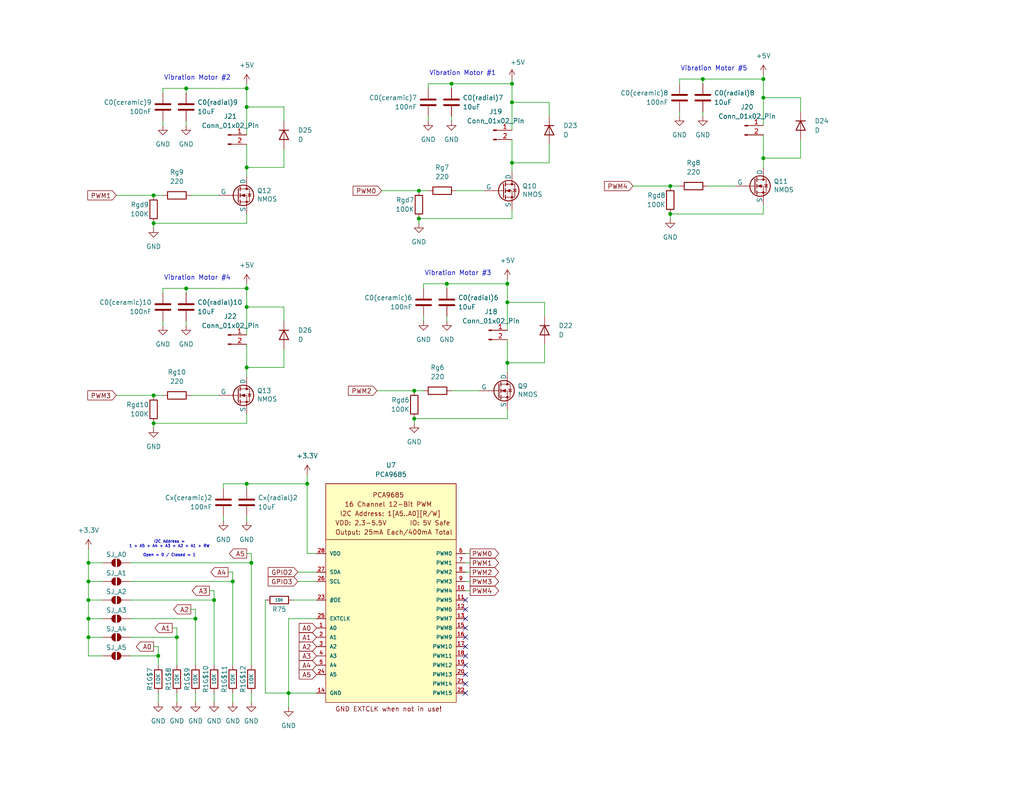
<source format=kicad_sch>
(kicad_sch (version 20250114) (generator "eeschema") (generator_version "9.0")
  (paper "USLetter")
  (lib_symbols
    (symbol "Connector:Conn_01x02_Pin" (pin_names (offset 1.016) (hide yes))
      (property "Reference" "J" (at 0 2.54 0))
      (property "Value" "Conn_01x02_Pin" (at 0 -5.08 0))
      (symbol "Conn_01x02_Pin_1_1"
        (rectangle (start 0.8636 0.127) (end 0 -0.127) (stroke (width 0.1524)) (fill (type outline)))
        (rectangle (start 0.8636 -2.413) (end 0 -2.667) (stroke (width 0.1524)) (fill (type outline)))
        (polyline (pts (xy 1.27 0) (xy 0.8636 0)) (stroke (width 0.1524)))
        (polyline (pts (xy 1.27 -2.54) (xy 0.8636 -2.54)) (stroke (width 0.1524)))
        (pin passive line (at 5.08 0 180) (length 3.81) (name "Pin_1") (number "1"))
        (pin passive line (at 5.08 -2.54 180) (length 3.81) (name "Pin_2") (number "2"))
      )
    )
    (symbol "Device:C" (pin_numbers (hide yes)) (pin_names (offset 0.254))
      (property "Reference" "C" (at 0.635 2.54 0))
      (property "Value" "C" (at 0.635 -2.54 0))
      (symbol "C_0_1"
        (polyline (pts (xy -2.032 0.762) (xy 2.032 0.762)) (stroke (width 0.508)))
        (polyline (pts (xy -2.032 -0.762) (xy 2.032 -0.762)) (stroke (width 0.508)))
      )
      (symbol "C_1_1"
        (pin passive line (at 0 3.81 270) (length 2.794) (name "~") (number "1"))
        (pin passive line (at 0 -3.81 90) (length 2.794) (name "~") (number "2"))
      )
    )
    (symbol "Device:D" (pin_numbers (hide yes)) (pin_names (offset 1.016) (hide yes))
      (property "Reference" "D" (at 0 2.54 0))
      (property "Value" "D" (at 0 -2.54 0))
      (symbol "D_0_1"
        (polyline (pts (xy -1.27 1.27) (xy -1.27 -1.27)) (stroke (width 0.254)))
        (polyline (pts (xy 1.27 1.27) (xy 1.27 -1.27) (xy -1.27 0) (xy 1.27 1.27)) (stroke (width 0.254)))
        (polyline (pts (xy 1.27 0) (xy -1.27 0)))
      )
      (symbol "D_1_1"
        (pin passive line (at -3.81 0 0) (length 2.54) (name "K") (number "1"))
        (pin passive line (at 3.81 0 180) (length 2.54) (name "A") (number "2"))
      )
    )
    (symbol "Device:R" (pin_numbers (hide yes)) (pin_names (offset 0))
      (property "Reference" "R" (at 2.032 0 90))
      (property "Value" "R" (at 0 0 90))
      (symbol "R_0_1"
        (rectangle (start -1.016 -2.54) (end 1.016 2.54) (stroke (width 0.254)))
      )
      (symbol "R_1_1"
        (pin passive line (at 0 3.81 270) (length 1.27) (name "~") (number "1"))
        (pin passive line (at 0 -3.81 90) (length 1.27) (name "~") (number "2"))
      )
    )
    (symbol "Jumper:SolderJumper_2_Open" (pin_numbers (hide yes)) (pin_names (offset 0) (hide yes)) (in_bom no)
      (property "Reference" "JP" (at 0 2.032 0))
      (property "Value" "SolderJumper_2_Open" (at 0 -2.54 0))
      (symbol "SolderJumper_2_Open_0_1"
        (polyline (pts (xy -0.254 1.016) (xy -0.254 -1.016)))
        (arc (start -0.254 -1.016) (mid -1.2656 0) (end -0.254 1.016))
        (arc (start -0.254 -1.016) (mid -1.2656 0) (end -0.254 1.016) (fill (type outline)))
        (arc (start 0.254 1.016) (mid 1.2656 0) (end 0.254 -1.016))
        (arc (start 0.254 1.016) (mid 1.2656 0) (end 0.254 -1.016) (fill (type outline)))
        (polyline (pts (xy 0.254 1.016) (xy 0.254 -1.016)))
      )
      (symbol "SolderJumper_2_Open_1_1"
        (pin passive line (at -3.81 0 0) (length 2.54) (name "A") (number "1"))
        (pin passive line (at 3.81 0 180) (length 2.54) (name "B") (number "2"))
      )
    )
    (symbol "Simulation_SPICE:NMOS" (pin_numbers (hide yes)) (pin_names (offset 0))
      (property "Reference" "Q" (at 5.08 1.27 0))
      (property "Value" "NMOS" (at 5.08 -1.27 0))
      (symbol "NMOS_0_1"
        (polyline (pts (xy 0.254 1.905) (xy 0.254 -1.905)) (stroke (width 0.254)))
        (polyline (pts (xy 0.254 0) (xy -2.54 0)))
        (polyline (pts (xy 0.762 2.286) (xy 0.762 1.27)) (stroke (width 0.254)))
        (polyline (pts (xy 0.762 0.508) (xy 0.762 -0.508)) (stroke (width 0.254)))
        (polyline (pts (xy 0.762 -1.27) (xy 0.762 -2.286)) (stroke (width 0.254)))
        (polyline (pts (xy 0.762 -1.778) (xy 3.302 -1.778) (xy 3.302 1.778) (xy 0.762 1.778)))
        (polyline (pts (xy 1.016 0) (xy 2.032 0.381) (xy 2.032 -0.381) (xy 1.016 0)) (fill (type outline)))
        (circle (center 1.651 0) (radius 2.794) (stroke (width 0.254)))
        (polyline (pts (xy 2.54 2.54) (xy 2.54 1.778)))
        (circle (center 2.54 1.778) (radius 0.254) (fill (type outline)))
        (circle (center 2.54 -1.778) (radius 0.254) (fill (type outline)))
        (polyline (pts (xy 2.54 -2.54) (xy 2.54 0) (xy 0.762 0)))
        (polyline (pts (xy 2.794 0.508) (xy 2.921 0.381) (xy 3.683 0.381) (xy 3.81 0.254)))
        (polyline (pts (xy 3.302 0.381) (xy 2.921 -0.254) (xy 3.683 -0.254) (xy 3.302 0.381)))
      )
      (symbol "NMOS_1_1"
        (pin input line (at -5.08 0 0) (length 2.54) (name "G") (number "2"))
        (pin passive line (at 2.54 5.08 270) (length 2.54) (name "D") (number "1"))
        (pin passive line (at 2.54 -5.08 90) (length 2.54) (name "S") (number "3"))
      )
    )
    (symbol "capstone_parts:PCA9685" (pin_names (offset 1.016))
      (property "Reference" "U" (at -17.78 35.56 0))
      (property "Value" "PCA9685" (at -17.78 -33.02 0))
      (symbol "PCA9685_0_0"
        (text "VDD: 2.3-5.5V" (at -15.24 22.86 0) (effects (font (size 1.27 1.27)) (justify left bottom)))
        (text "Output: 25mA Each/400mA Total" (at -15.24 20.32 0) (effects (font (size 1.27 1.27)) (justify left bottom)))
        (text "GND EXTCLK when not in use!" (at -15.24 -27.94 0) (effects (font (size 1.27 1.27)) (justify left bottom)))
        (text "I2C Address: 1[A5..A0][R/W]" (at -13.97 25.4 0) (effects (font (size 1.27 1.27)) (justify left bottom)))
        (text "16 Channel 12-Bit PWM" (at -12.7 27.94 0) (effects (font (size 1.27 1.27)) (justify left bottom)))
        (text "PCA9685" (at -5.08 30.48 0) (effects (font (size 1.27 1.27)) (justify left bottom)))
        (text "IO: 5V Safe" (at 5.08 22.86 0) (effects (font (size 1.27 1.27)) (justify left bottom)))
        (pin power_in line (at -20.32 15.24 0) (length 2.54) (name "VDD") (number "28"))
        (pin bidirectional line (at -20.32 10.16 0) (length 2.54) (name "SDA") (number "27"))
        (pin bidirectional line (at -20.32 7.62 0) (length 2.54) (name "SCL") (number "26"))
        (pin input line (at -20.32 2.54 0) (length 2.54) (name "#OE") (number "23"))
        (pin input line (at -20.32 -2.54 0) (length 2.54) (name "EXTCLK") (number "25"))
        (pin bidirectional line (at -20.32 -5.08 0) (length 2.54) (name "A0") (number "1"))
        (pin bidirectional line (at -20.32 -7.62 0) (length 2.54) (name "A1") (number "2"))
        (pin bidirectional line (at -20.32 -10.16 0) (length 2.54) (name "A2") (number "3"))
        (pin bidirectional line (at -20.32 -12.7 0) (length 2.54) (name "A3") (number "4"))
        (pin bidirectional line (at -20.32 -15.24 0) (length 2.54) (name "A4") (number "5"))
        (pin bidirectional line (at -20.32 -17.78 0) (length 2.54) (name "A5") (number "24"))
        (pin power_in line (at -20.32 -22.86 0) (length 2.54) (name "GND") (number "14"))
        (pin output line (at 20.32 15.24 180) (length 2.54) (name "PWM0") (number "6"))
        (pin output line (at 20.32 12.7 180) (length 2.54) (name "PWM1") (number "7"))
        (pin output line (at 20.32 10.16 180) (length 2.54) (name "PWM2") (number "8"))
        (pin output line (at 20.32 7.62 180) (length 2.54) (name "PWM3") (number "9"))
        (pin output line (at 20.32 5.08 180) (length 2.54) (name "PWM4") (number "10"))
        (pin output line (at 20.32 2.54 180) (length 2.54) (name "PWM5") (number "11"))
        (pin output line (at 20.32 0 180) (length 2.54) (name "PWM6") (number "12"))
        (pin output line (at 20.32 -2.54 180) (length 2.54) (name "PWM7") (number "13"))
        (pin output line (at 20.32 -5.08 180) (length 2.54) (name "PWM8") (number "15"))
        (pin output line (at 20.32 -7.62 180) (length 2.54) (name "PWM9") (number "16"))
        (pin output line (at 20.32 -10.16 180) (length 2.54) (name "PWM10") (number "17"))
        (pin output line (at 20.32 -12.7 180) (length 2.54) (name "PWM11") (number "18"))
        (pin output line (at 20.32 -15.24 180) (length 2.54) (name "PWM12") (number "19"))
        (pin output line (at 20.32 -17.78 180) (length 2.54) (name "PWM13") (number "20"))
        (pin output line (at 20.32 -20.32 180) (length 2.54) (name "PWM14") (number "21"))
        (pin output line (at 20.32 -22.86 180) (length 2.54) (name "PWM15") (number "22"))
      )
      (symbol "PCA9685_0_1"
        (rectangle (start -17.78 34.29) (end 17.78 19.05))
      )
      (symbol "PCA9685_1_1"
        (rectangle (start -17.78 34.29) (end 17.78 -25.4) (fill (type background)))
      )
    )
    (symbol "power:+3.3V" (power) (pin_numbers (hide yes)) (pin_names (offset 0) (hide yes))
      (property "Value" "+3.3V" (at 0 3.556 0))
      (symbol "+3.3V_0_1"
        (polyline (pts (xy -0.762 1.27) (xy 0 2.54)))
        (polyline (pts (xy 0 2.54) (xy 0.762 1.27)))
        (polyline (pts (xy 0 0) (xy 0 2.54)))
      )
      (symbol "+3.3V_1_1"
        (pin power_in line (at 0 0 90) (length 0) (name "~") (number "1"))
      )
    )
    (symbol "power:+5V" (power) (pin_numbers (hide yes)) (pin_names (offset 0) (hide yes))
      (property "Value" "+5V" (at 0 3.556 0))
      (symbol "+5V_0_1"
        (polyline (pts (xy -0.762 1.27) (xy 0 2.54)))
        (polyline (pts (xy 0 2.54) (xy 0.762 1.27)))
        (polyline (pts (xy 0 0) (xy 0 2.54)))
      )
      (symbol "+5V_1_1"
        (pin power_in line (at 0 0 90) (length 0) (name "~") (number "1"))
      )
    )
    (symbol "power:GND" (power) (pin_numbers (hide yes)) (pin_names (offset 0) (hide yes))
      (property "Value" "GND" (at 0 -3.81 0))
      (symbol "GND_0_1"
        (polyline (pts (xy 0 0) (xy 0 -1.27) (xy 1.27 -1.27) (xy 0 -2.54) (xy -1.27 -1.27) (xy 0 -1.27)))
      )
      (symbol "GND_1_1"
        (pin power_in line (at 0 0 270) (length 0) (name "~") (number "1"))
      )
    )
  )
  (text "Vibration Motor #2" (at 53.848 21.336 0) (effects (font (size 1.27 1.27))))
  (text "Vibration Motor #5" (at 194.818 18.796 0) (effects (font (size 1.27 1.27))))
  (text "Vibration Motor #3" (at 124.968 74.676 0) (effects (font (size 1.27 1.27))))
  (text "Vibration Motor #4" (at 53.848 75.946 0) (effects (font (size 1.27 1.27))))
  (text "I2C Address =\n1 + A5 + A4 + A3 + A2 + A1 + RW\n\nOpen = 0 / Closed = 1" (at 46.228 149.86 0) (effects (font (size 0.762 0.762))))
  (text "Vibration Motor #1" (at 126.238 20.066 0) (effects (font (size 1.27 1.27))))
  (junction (at 24.13 153.67))
  (junction (at 41.91 53.34))
  (junction (at 182.88 50.8))
  (junction (at 63.5 158.75))
  (junction (at 67.31 100.33))
  (junction (at 67.31 132.08))
  (junction (at 67.31 83.82))
  (junction (at 50.8 24.13))
  (junction (at 114.3 59.69))
  (junction (at 41.91 60.96))
  (junction (at 67.31 29.21))
  (junction (at 138.43 99.06))
  (junction (at 139.7 27.94))
  (junction (at 123.19 22.86))
  (junction (at 182.88 58.42))
  (junction (at 78.74 189.23))
  (junction (at 53.34 168.91))
  (junction (at 67.31 24.13))
  (junction (at 191.77 21.59))
  (junction (at 24.13 173.99))
  (junction (at 208.28 43.18))
  (junction (at 67.31 45.72))
  (junction (at 24.13 168.91))
  (junction (at 113.03 114.3))
  (junction (at 68.58 153.67))
  (junction (at 138.43 77.47))
  (junction (at 48.26 173.99))
  (junction (at 113.03 106.68))
  (junction (at 121.92 77.47))
  (junction (at 58.42 163.83))
  (junction (at 24.13 163.83))
  (junction (at 24.13 158.75))
  (junction (at 114.3 52.07))
  (junction (at 208.28 26.67))
  (junction (at 67.31 78.74))
  (junction (at 139.7 22.86))
  (junction (at 83.82 132.08))
  (junction (at 41.91 115.57))
  (junction (at 208.28 21.59))
  (junction (at 50.8 78.74))
  (junction (at 43.18 179.07))
  (junction (at 138.43 82.55))
  (junction (at 139.7 44.45))
  (junction (at 41.91 107.95))
  (no_connect (at 127 186.69))
  (no_connect (at 127 181.61))
  (no_connect (at 127 176.53))
  (no_connect (at 127 168.91))
  (no_connect (at 127 171.45))
  (no_connect (at 127 163.83))
  (no_connect (at 127 166.37))
  (no_connect (at 127 173.99))
  (no_connect (at 127 189.23))
  (no_connect (at 127 184.15))
  (no_connect (at 127 179.07))
  (wire (pts (xy 114.3 60.96) (xy 114.3 59.69)))
  (wire (pts (xy 67.31 115.57) (xy 67.31 113.03)))
  (wire (pts (xy 208.28 36.83) (xy 208.28 43.18)))
  (wire (pts (xy 57.15 161.29) (xy 58.42 161.29)))
  (wire (pts (xy 77.47 45.72) (xy 67.31 45.72)))
  (wire (pts (xy 77.47 33.02) (xy 77.47 29.21)))
  (wire (pts (xy 53.34 168.91) (xy 53.34 181.61)))
  (wire (pts (xy 35.56 158.75) (xy 63.5 158.75)))
  (wire (pts (xy 138.43 114.3) (xy 138.43 111.76)))
  (wire (pts (xy 208.28 21.59) (xy 208.28 26.67)))
  (wire (pts (xy 148.59 99.06) (xy 138.43 99.06)))
  (wire (pts (xy 83.82 132.08) (xy 83.82 129.54)))
  (wire (pts (xy 208.28 20.32) (xy 208.28 21.59)))
  (wire (pts (xy 67.31 151.13) (xy 68.58 151.13)))
  (wire (pts (xy 35.56 173.99) (xy 48.26 173.99)))
  (wire (pts (xy 149.86 39.37) (xy 149.86 44.45)))
  (wire (pts (xy 48.26 189.23) (xy 48.26 191.77)))
  (wire (pts (xy 149.86 31.75) (xy 149.86 27.94)))
  (wire (pts (xy 77.47 83.82) (xy 67.31 83.82)))
  (wire (pts (xy 185.42 21.59) (xy 191.77 21.59)))
  (wire (pts (xy 27.94 158.75) (xy 24.13 158.75)))
  (wire (pts (xy 48.26 171.45) (xy 48.26 173.99)))
  (wire (pts (xy 27.94 179.07) (xy 24.13 179.07)))
  (wire (pts (xy 50.8 33.02) (xy 50.8 34.29)))
  (wire (pts (xy 139.7 44.45) (xy 139.7 46.99)))
  (wire (pts (xy 83.82 151.13) (xy 83.82 132.08)))
  (wire (pts (xy 67.31 60.96) (xy 67.31 58.42)))
  (wire (pts (xy 123.19 22.86) (xy 139.7 22.86)))
  (wire (pts (xy 113.03 114.3) (xy 113.03 115.57)))
  (wire (pts (xy 41.91 176.53) (xy 43.18 176.53)))
  (wire (pts (xy 24.13 168.91) (xy 24.13 173.99)))
  (wire (pts (xy 63.5 156.21) (xy 63.5 158.75)))
  (wire (pts (xy 116.84 24.13) (xy 116.84 22.86)))
  (wire (pts (xy 67.31 83.82) (xy 67.31 91.44)))
  (wire (pts (xy 121.92 77.47) (xy 138.43 77.47)))
  (wire (pts (xy 138.43 82.55) (xy 138.43 90.17)))
  (wire (pts (xy 81.28 156.21) (xy 86.36 156.21)))
  (wire (pts (xy 41.91 107.95) (xy 44.45 107.95)))
  (wire (pts (xy 121.92 78.74) (xy 121.92 77.47)))
  (wire (pts (xy 115.57 77.47) (xy 121.92 77.47)))
  (wire (pts (xy 77.47 40.64) (xy 77.47 45.72)))
  (wire (pts (xy 78.74 189.23) (xy 78.74 193.04)))
  (wire (pts (xy 67.31 22.86) (xy 67.31 24.13)))
  (wire (pts (xy 27.94 163.83) (xy 24.13 163.83)))
  (wire (pts (xy 44.45 25.4) (xy 44.45 24.13)))
  (wire (pts (xy 114.3 59.69) (xy 139.7 59.69)))
  (wire (pts (xy 139.7 38.1) (xy 139.7 44.45)))
  (wire (pts (xy 128.27 158.75) (xy 127 158.75)))
  (wire (pts (xy 62.23 156.21) (xy 63.5 156.21)))
  (wire (pts (xy 60.96 132.08) (xy 67.31 132.08)))
  (wire (pts (xy 44.45 33.02) (xy 44.45 34.29)))
  (wire (pts (xy 31.75 53.34) (xy 41.91 53.34)))
  (wire (pts (xy 24.13 158.75) (xy 24.13 153.67)))
  (wire (pts (xy 128.27 151.13) (xy 127 151.13)))
  (wire (pts (xy 52.07 53.34) (xy 59.69 53.34)))
  (wire (pts (xy 81.28 158.75) (xy 86.36 158.75)))
  (wire (pts (xy 139.7 22.86) (xy 139.7 27.94)))
  (wire (pts (xy 113.03 106.68) (xy 115.57 106.68)))
  (wire (pts (xy 63.5 158.75) (xy 63.5 181.61)))
  (wire (pts (xy 43.18 179.07) (xy 43.18 181.61)))
  (wire (pts (xy 148.59 82.55) (xy 138.43 82.55)))
  (wire (pts (xy 52.07 166.37) (xy 53.34 166.37)))
  (wire (pts (xy 86.36 168.91) (xy 78.74 168.91)))
  (wire (pts (xy 149.86 44.45) (xy 139.7 44.45)))
  (wire (pts (xy 68.58 153.67) (xy 68.58 181.61)))
  (wire (pts (xy 86.36 151.13) (xy 83.82 151.13)))
  (wire (pts (xy 104.14 52.07) (xy 114.3 52.07)))
  (wire (pts (xy 35.56 179.07) (xy 43.18 179.07)))
  (wire (pts (xy 24.13 149.86) (xy 24.13 153.67)))
  (wire (pts (xy 41.91 116.84) (xy 41.91 115.57)))
  (wire (pts (xy 191.77 30.48) (xy 191.77 31.75)))
  (wire (pts (xy 193.04 50.8) (xy 200.66 50.8)))
  (wire (pts (xy 77.47 95.25) (xy 77.47 100.33)))
  (wire (pts (xy 138.43 76.2) (xy 138.43 77.47)))
  (wire (pts (xy 123.19 31.75) (xy 123.19 33.02)))
  (wire (pts (xy 218.44 26.67) (xy 208.28 26.67)))
  (wire (pts (xy 41.91 60.96) (xy 67.31 60.96)))
  (wire (pts (xy 31.75 107.95) (xy 41.91 107.95)))
  (wire (pts (xy 67.31 132.08) (xy 83.82 132.08)))
  (wire (pts (xy 116.84 22.86) (xy 123.19 22.86)))
  (wire (pts (xy 48.26 173.99) (xy 48.26 181.61)))
  (wire (pts (xy 72.39 163.83) (xy 72.39 189.23)))
  (wire (pts (xy 114.3 52.07) (xy 116.84 52.07)))
  (wire (pts (xy 35.56 153.67) (xy 68.58 153.67)))
  (wire (pts (xy 191.77 22.86) (xy 191.77 21.59)))
  (wire (pts (xy 113.03 114.3) (xy 138.43 114.3)))
  (wire (pts (xy 24.13 173.99) (xy 24.13 179.07)))
  (wire (pts (xy 60.96 140.97) (xy 60.96 142.24)))
  (wire (pts (xy 77.47 87.63) (xy 77.47 83.82)))
  (wire (pts (xy 43.18 189.23) (xy 43.18 191.77)))
  (wire (pts (xy 128.27 153.67) (xy 127 153.67)))
  (wire (pts (xy 128.27 156.21) (xy 127 156.21)))
  (wire (pts (xy 67.31 93.98) (xy 67.31 100.33)))
  (wire (pts (xy 41.91 53.34) (xy 44.45 53.34)))
  (wire (pts (xy 67.31 78.74) (xy 67.31 83.82)))
  (wire (pts (xy 27.94 168.91) (xy 24.13 168.91)))
  (wire (pts (xy 53.34 166.37) (xy 53.34 168.91)))
  (wire (pts (xy 44.45 24.13) (xy 50.8 24.13)))
  (wire (pts (xy 182.88 50.8) (xy 185.42 50.8)))
  (wire (pts (xy 27.94 173.99) (xy 24.13 173.99)))
  (wire (pts (xy 24.13 163.83) (xy 24.13 158.75)))
  (wire (pts (xy 78.74 189.23) (xy 86.36 189.23)))
  (wire (pts (xy 185.42 22.86) (xy 185.42 21.59)))
  (wire (pts (xy 139.7 27.94) (xy 139.7 35.56)))
  (wire (pts (xy 138.43 77.47) (xy 138.43 82.55)))
  (wire (pts (xy 58.42 161.29) (xy 58.42 163.83)))
  (wire (pts (xy 72.39 189.23) (xy 78.74 189.23)))
  (wire (pts (xy 67.31 100.33) (xy 67.31 102.87)))
  (wire (pts (xy 80.01 163.83) (xy 86.36 163.83)))
  (wire (pts (xy 172.72 50.8) (xy 182.88 50.8)))
  (wire (pts (xy 218.44 43.18) (xy 208.28 43.18)))
  (wire (pts (xy 24.13 163.83) (xy 24.13 168.91)))
  (wire (pts (xy 43.18 176.53) (xy 43.18 179.07)))
  (wire (pts (xy 123.19 24.13) (xy 123.19 22.86)))
  (wire (pts (xy 46.99 171.45) (xy 48.26 171.45)))
  (wire (pts (xy 139.7 21.59) (xy 139.7 22.86)))
  (wire (pts (xy 67.31 29.21) (xy 67.31 36.83)))
  (wire (pts (xy 116.84 31.75) (xy 116.84 33.02)))
  (wire (pts (xy 41.91 62.23) (xy 41.91 60.96)))
  (wire (pts (xy 24.13 153.67) (xy 27.94 153.67)))
  (wire (pts (xy 77.47 29.21) (xy 67.31 29.21)))
  (wire (pts (xy 115.57 78.74) (xy 115.57 77.47)))
  (wire (pts (xy 77.47 100.33) (xy 67.31 100.33)))
  (wire (pts (xy 44.45 78.74) (xy 50.8 78.74)))
  (wire (pts (xy 68.58 189.23) (xy 68.58 191.77)))
  (wire (pts (xy 50.8 25.4) (xy 50.8 24.13)))
  (wire (pts (xy 50.8 24.13) (xy 67.31 24.13)))
  (wire (pts (xy 115.57 86.36) (xy 115.57 87.63)))
  (wire (pts (xy 138.43 92.71) (xy 138.43 99.06)))
  (wire (pts (xy 44.45 80.01) (xy 44.45 78.74)))
  (wire (pts (xy 60.96 133.35) (xy 60.96 132.08)))
  (wire (pts (xy 67.31 140.97) (xy 67.31 142.24)))
  (wire (pts (xy 102.87 106.68) (xy 113.03 106.68)))
  (wire (pts (xy 208.28 26.67) (xy 208.28 34.29)))
  (wire (pts (xy 191.77 21.59) (xy 208.28 21.59)))
  (wire (pts (xy 44.45 87.63) (xy 44.45 88.9)))
  (wire (pts (xy 182.88 58.42) (xy 208.28 58.42)))
  (wire (pts (xy 182.88 59.69) (xy 182.88 58.42)))
  (wire (pts (xy 138.43 99.06) (xy 138.43 101.6)))
  (wire (pts (xy 50.8 87.63) (xy 50.8 88.9)))
  (wire (pts (xy 58.42 189.23) (xy 58.42 191.77)))
  (wire (pts (xy 185.42 30.48) (xy 185.42 31.75)))
  (wire (pts (xy 63.5 189.23) (xy 63.5 191.77)))
  (wire (pts (xy 139.7 59.69) (xy 139.7 57.15)))
  (wire (pts (xy 218.44 38.1) (xy 218.44 43.18)))
  (wire (pts (xy 41.91 115.57) (xy 67.31 115.57)))
  (wire (pts (xy 67.31 24.13) (xy 67.31 29.21)))
  (wire (pts (xy 148.59 86.36) (xy 148.59 82.55)))
  (wire (pts (xy 52.07 107.95) (xy 59.69 107.95)))
  (wire (pts (xy 67.31 45.72) (xy 67.31 48.26)))
  (wire (pts (xy 50.8 80.01) (xy 50.8 78.74)))
  (wire (pts (xy 68.58 151.13) (xy 68.58 153.67)))
  (wire (pts (xy 53.34 189.23) (xy 53.34 191.77)))
  (wire (pts (xy 35.56 168.91) (xy 53.34 168.91)))
  (wire (pts (xy 208.28 58.42) (xy 208.28 55.88)))
  (wire (pts (xy 128.27 161.29) (xy 127 161.29)))
  (wire (pts (xy 149.86 27.94) (xy 139.7 27.94)))
  (wire (pts (xy 208.28 43.18) (xy 208.28 45.72)))
  (wire (pts (xy 67.31 77.47) (xy 67.31 78.74)))
  (wire (pts (xy 218.44 30.48) (xy 218.44 26.67)))
  (wire (pts (xy 67.31 39.37) (xy 67.31 45.72)))
  (wire (pts (xy 78.74 168.91) (xy 78.74 189.23)))
  (wire (pts (xy 35.56 163.83) (xy 58.42 163.83)))
  (wire (pts (xy 121.92 86.36) (xy 121.92 87.63)))
  (wire (pts (xy 124.46 52.07) (xy 132.08 52.07)))
  (wire (pts (xy 123.19 106.68) (xy 130.81 106.68)))
  (wire (pts (xy 67.31 133.35) (xy 67.31 132.08)))
  (wire (pts (xy 148.59 93.98) (xy 148.59 99.06)))
  (wire (pts (xy 58.42 163.83) (xy 58.42 181.61)))
  (wire (pts (xy 50.8 78.74) (xy 67.31 78.74)))
  (global_label "A2" (shape output) (at 52.07 166.37 180) (property "Intersheetrefs" "${INTERSHEET_REFS}" (effects (hide yes))))
  (global_label "A4" (shape output) (at 62.23 156.21 180) (property "Intersheetrefs" "${INTERSHEET_REFS}" (effects (hide yes))))
  (global_label "PWM2" (shape output) (at 128.27 156.21 0) (property "Intersheetrefs" "${INTERSHEET_REFS}" (effects (hide yes))))
  (global_label "A5" (shape input) (at 86.36 184.15 180) (property "Intersheetrefs" "${INTERSHEET_REFS}" (effects (hide yes))))
  (global_label "PWM1" (shape input) (at 31.75 53.34 180) (property "Intersheetrefs" "${INTERSHEET_REFS}" (effects (hide yes))))
  (global_label "PWM4" (shape input) (at 172.72 50.8 180) (property "Intersheetrefs" "${INTERSHEET_REFS}" (effects (hide yes))))
  (global_label "A1" (shape output) (at 46.99 171.45 180) (property "Intersheetrefs" "${INTERSHEET_REFS}" (effects (hide yes))))
  (global_label "A2" (shape input) (at 86.36 176.53 180) (property "Intersheetrefs" "${INTERSHEET_REFS}" (effects (hide yes))))
  (global_label "PWM4" (shape output) (at 128.27 161.29 0) (property "Intersheetrefs" "${INTERSHEET_REFS}" (effects (hide yes))))
  (global_label "PWM2" (shape input) (at 102.87 106.68 180) (property "Intersheetrefs" "${INTERSHEET_REFS}" (effects (hide yes))))
  (global_label "PWM3" (shape output) (at 128.27 158.75 0) (property "Intersheetrefs" "${INTERSHEET_REFS}" (effects (hide yes))))
  (global_label "PWM0" (shape output) (at 128.27 151.13 0) (property "Intersheetrefs" "${INTERSHEET_REFS}" (effects (hide yes))))
  (global_label "GPIO3" (shape input) (at 81.28 158.75 180) (property "Intersheetrefs" "${INTERSHEET_REFS}" (effects (hide yes))))
  (global_label "PWM0" (shape input) (at 104.14 52.07 180) (property "Intersheetrefs" "${INTERSHEET_REFS}" (effects (hide yes))))
  (global_label "A1" (shape input) (at 86.36 173.99 180) (property "Intersheetrefs" "${INTERSHEET_REFS}" (effects (hide yes))))
  (global_label "A4" (shape input) (at 86.36 181.61 180) (property "Intersheetrefs" "${INTERSHEET_REFS}" (effects (hide yes))))
  (global_label "PWM1" (shape output) (at 128.27 153.67 0) (property "Intersheetrefs" "${INTERSHEET_REFS}" (effects (hide yes))))
  (global_label "PWM3" (shape input) (at 31.75 107.95 180) (property "Intersheetrefs" "${INTERSHEET_REFS}" (effects (hide yes))))
  (global_label "A3" (shape input) (at 86.36 179.07 180) (property "Intersheetrefs" "${INTERSHEET_REFS}" (effects (hide yes))))
  (global_label "A5" (shape output) (at 67.31 151.13 180) (property "Intersheetrefs" "${INTERSHEET_REFS}" (effects (hide yes))))
  (global_label "A0" (shape output) (at 41.91 176.53 180) (property "Intersheetrefs" "${INTERSHEET_REFS}" (effects (hide yes))))
  (global_label "A3" (shape output) (at 57.15 161.29 180) (property "Intersheetrefs" "${INTERSHEET_REFS}" (effects (hide yes))))
  (global_label "GPIO2" (shape input) (at 81.28 156.21 180) (property "Intersheetrefs" "${INTERSHEET_REFS}" (effects (hide yes))))
  (global_label "A0" (shape input) (at 86.36 171.45 180) (property "Intersheetrefs" "${INTERSHEET_REFS}" (effects (hide yes))))
  (symbol (lib_id "Connector:Conn_01x02_Pin") (at 133.35 90.17 0) (unit 1)
    (property "Reference" "J18" (at 133.985 85.09 0))
    (property "Value" "Conn_01x02_Pin" (at 133.985 87.63 0))
    (property "Description" "Generic connector, single row, 01x02, script generated" (effects (hide yes)))
  )
  (symbol (lib_id "Device:R") (at 68.58 185.42 0) (mirror x) (unit 1)
    (property "Reference" "R1G$12" (at 66.294 185.42 90))
    (property "Value" "10K" (at 68.58 185.42 90) (effects (font (size 1.016 1.016))))
    (property "Description" "Resistor" (effects (hide yes)))
  )
  (symbol (lib_id "power:GND") (at 41.91 116.84 0) (unit 1)
    (property "Reference" "#PWR0200" (effects (hide yes)))
    (property "Value" "GND" (at 41.91 121.92 0))
    (property "Description" "Power symbol creates a global label with name \"GND\" , ground" (effects (hide yes)))
  )
  (symbol (lib_id "power:+3.3V") (at 24.13 149.86 0) (unit 1)
    (property "Reference" "#PWR0176" (effects (hide yes)))
    (property "Value" "+3.3V" (at 24.13 144.78 0))
    (property "Description" "Power symbol creates a global label with name \"+3.3V\"" (effects (hide yes)))
  )
  (symbol (lib_id "Connector:Conn_01x02_Pin") (at 62.23 91.44 0) (unit 1)
    (property "Reference" "J22" (at 62.865 86.36 0))
    (property "Value" "Conn_01x02_Pin" (at 62.865 88.9 0))
    (property "Description" "Generic connector, single row, 01x02, script generated" (effects (hide yes)))
  )
  (symbol (lib_id "Jumper:SolderJumper_2_Open") (at 31.75 158.75 180) (unit 1) (in_bom no)
    (property "Reference" "JP21" (effects (hide yes)))
    (property "Value" "SJ_A1" (at 31.75 156.464 0))
    (property "Footprint" "Jumper:SolderJumper-2_P1.3mm_Open_RoundedPad1.0x1.5mm" (effects (hide yes)))
    (property "Description" "Solder Jumper, 2-pole, open" (effects (hide yes)))
  )
  (symbol (lib_id "Jumper:SolderJumper_2_Open") (at 31.75 173.99 180) (unit 1) (in_bom no)
    (property "Reference" "JP24" (effects (hide yes)))
    (property "Value" "SJ_A4" (at 31.75 171.704 0))
    (property "Footprint" "Jumper:SolderJumper-2_P1.3mm_Open_RoundedPad1.0x1.5mm" (effects (hide yes)))
    (property "Description" "Solder Jumper, 2-pole, open" (effects (hide yes)))
  )
  (symbol (lib_id "power:GND") (at 182.88 59.69 0) (unit 1)
    (property "Reference" "#PWR0189" (effects (hide yes)))
    (property "Value" "GND" (at 182.88 64.77 0))
    (property "Description" "Power symbol creates a global label with name \"GND\" , ground" (effects (hide yes)))
  )
  (symbol (lib_id "Jumper:SolderJumper_2_Open") (at 31.75 153.67 180) (unit 1) (in_bom no)
    (property "Reference" "JP20" (effects (hide yes)))
    (property "Value" "SJ_A0" (at 31.75 151.384 0))
    (property "Footprint" "Jumper:SolderJumper-2_P1.3mm_Open_RoundedPad1.0x1.5mm" (effects (hide yes)))
    (property "Description" "Solder Jumper, 2-pole, open" (effects (hide yes)))
  )
  (symbol (lib_id "Device:R") (at 182.88 54.61 0) (mirror x) (unit 1)
    (property "Reference" "Rgd8" (at 181.61 53.3399 0) (effects (justify right)))
    (property "Value" "100K" (at 181.61 55.8799 0) (effects (justify right)))
    (property "Description" "Resistor" (effects (hide yes)))
  )
  (symbol (lib_id "power:GND") (at 185.42 31.75 0) (unit 1)
    (property "Reference" "#PWR0192" (effects (hide yes)))
    (property "Value" "GND" (at 185.42 36.83 0))
    (property "Description" "Power symbol creates a global label with name \"GND\" , ground" (effects (hide yes)))
  )
  (symbol (lib_id "Connector:Conn_01x02_Pin") (at 134.62 35.56 0) (unit 1)
    (property "Reference" "J19" (at 135.255 30.48 0))
    (property "Value" "Conn_01x02_Pin" (at 135.255 33.02 0))
    (property "Description" "Generic connector, single row, 01x02, script generated" (effects (hide yes)))
  )
  (symbol (lib_id "Device:C") (at 191.77 26.67 0) (unit 1)
    (property "Reference" "C0(radial)8" (at 194.818 25.4 0) (effects (justify left)))
    (property "Value" "10uF" (at 194.818 27.94 0) (effects (justify left)))
    (property "Footprint" "Capacitor_THT:CP_Radial_D5.0mm_P2.50mm" (effects (hide yes)))
    (property "Description" "Unpolarized capacitor" (effects (hide yes)))
  )
  (symbol (lib_id "power:GND") (at 113.03 115.57 0) (unit 1)
    (property "Reference" "#PWR0187" (effects (hide yes)))
    (property "Value" "GND" (at 113.03 120.65 0))
    (property "Description" "Power symbol creates a global label with name \"GND\" , ground" (effects (hide yes)))
  )
  (symbol (lib_id "power:GND") (at 48.26 191.77 0) (unit 1)
    (property "Reference" "#PWR0178" (effects (hide yes)))
    (property "Value" "GND" (at 48.26 196.85 0))
    (property "Description" "Power symbol creates a global label with name \"GND\" , ground" (effects (hide yes)))
  )
  (symbol (lib_id "Device:R") (at 43.18 185.42 0) (mirror x) (unit 1)
    (property "Reference" "R1G$7" (at 40.894 185.42 90))
    (property "Value" "10K" (at 43.18 185.42 90) (effects (font (size 1.016 1.016))))
    (property "Description" "Resistor" (effects (hide yes)))
  )
  (symbol (lib_id "Device:R") (at 63.5 185.42 0) (mirror x) (unit 1)
    (property "Reference" "R1G$11" (at 61.214 185.42 90))
    (property "Value" "10K" (at 63.5 185.42 90) (effects (font (size 1.016 1.016))))
    (property "Description" "Resistor" (effects (hide yes)))
  )
  (symbol (lib_id "Device:C") (at 185.42 26.67 0) (mirror y) (unit 1)
    (property "Reference" "C0(ceramic)8" (at 182.372 25.4 0) (effects (justify left)))
    (property "Value" "100nF" (at 182.372 27.94 0) (effects (justify left)))
    (property "Footprint" "Capacitor_SMD:C_0603_1608Metric" (effects (hide yes)))
    (property "Description" "Unpolarized capacitor" (effects (hide yes)))
  )
  (symbol (lib_id "Device:C") (at 44.45 83.82 0) (mirror y) (unit 1)
    (property "Reference" "C0(ceramic)10" (at 41.402 82.55 0) (effects (justify left)))
    (property "Value" "100nF" (at 41.402 85.09 0) (effects (justify left)))
    (property "Footprint" "Capacitor_SMD:C_0603_1608Metric" (effects (hide yes)))
    (property "Description" "Unpolarized capacitor" (effects (hide yes)))
  )
  (symbol (lib_id "power:GND") (at 78.74 193.04 0) (unit 1)
    (property "Reference" "#PWR0185" (effects (hide yes)))
    (property "Value" "GND" (at 78.74 198.12 0))
    (property "Description" "Power symbol creates a global label with name \"GND\" , ground" (effects (hide yes)))
  )
  (symbol (lib_id "Device:C") (at 115.57 82.55 0) (mirror y) (unit 1)
    (property "Reference" "C0(ceramic)6" (at 112.522 81.28 0) (effects (justify left)))
    (property "Value" "100nF" (at 112.522 83.82 0) (effects (justify left)))
    (property "Footprint" "Capacitor_SMD:C_0603_1608Metric" (effects (hide yes)))
    (property "Description" "Unpolarized capacitor" (effects (hide yes)))
  )
  (symbol (lib_id "Simulation_SPICE:NMOS") (at 135.89 106.68 0) (unit 1)
    (property "Reference" "Q9" (at 141.224 105.41 0) (effects (justify left)))
    (property "Value" "NMOS" (at 141.224 107.696 0) (effects (justify left)))
    (property "Datasheet" "https://ngspice.sourceforge.io/docs/ngspice-html-manual/manual.xhtml#cha_MOSFETs" (effects (hide yes)))
    (property "Description" "N-MOSFET transistor, drain/source/gate" (effects (hide yes)))
    (property "Sim.Device" "NMOS" (effects (hide yes)))
    (property "Sim.Type" "VDMOS" (effects (hide yes)))
    (property "Sim.Pins" "1=D 2=G 3=S" (effects (hide yes)))
  )
  (symbol (lib_id "power:GND") (at 58.42 191.77 0) (unit 1)
    (property "Reference" "#PWR0180" (effects (hide yes)))
    (property "Value" "GND" (at 58.42 196.85 0))
    (property "Description" "Power symbol creates a global label with name \"GND\" , ground" (effects (hide yes)))
  )
  (symbol (lib_id "Device:R") (at 76.2 163.83 90) (unit 1)
    (property "Reference" "R75" (at 76.2 166.37 90))
    (property "Value" "10K" (at 76.2 163.83 90) (effects (font (size 0.762 0.762))))
    (property "Description" "Resistor" (effects (hide yes)))
  )
  (symbol (lib_id "power:GND") (at 114.3 60.96 0) (unit 1)
    (property "Reference" "#PWR0188" (effects (hide yes)))
    (property "Value" "GND" (at 114.3 66.04 0))
    (property "Description" "Power symbol creates a global label with name \"GND\" , ground" (effects (hide yes)))
  )
  (symbol (lib_id "capstone_parts:PCA9685") (at 106.68 166.37 0) (unit 1)
    (property "Reference" "U7" (at 106.68 127 0))
    (property "Value" "PCA9685" (at 106.68 129.54 0))
    (property "Footprint" "PCA9685:TSSOP28" (effects (hide yes)))
    (property "MF" "NXP Semiconductors" (effects (hide yes)))
    (property "Description_1" "LED Driver 10000uA Supply Current Automotive 28-Pin TSSOP T/R" (effects (hide yes)))
    (property "Package" "None" (effects (hide yes)))
    (property "Price" "None" (effects (hide yes)))
    (property "SnapEDA_Link" "https://www.snapeda.com/parts/PCA9685/NXP+Semiconductors/view-part/?ref=snap" (effects (hide yes)))
    (property "MP" "PCA9685" (effects (hide yes)))
    (property "Availability" "Not in stock" (effects (hide yes)))
    (property "Check_prices" "https://www.snapeda.com/parts/PCA9685/NXP+Semiconductors/view-part/?ref=eda" (effects (hide yes)))
  )
  (symbol (lib_id "Device:R") (at 41.91 57.15 0) (mirror x) (unit 1)
    (property "Reference" "Rgd9" (at 40.64 55.8799 0) (effects (justify right)))
    (property "Value" "100K" (at 40.64 58.4199 0) (effects (justify right)))
    (property "Description" "Resistor" (effects (hide yes)))
  )
  (symbol (lib_id "Device:R") (at 41.91 111.76 0) (mirror x) (unit 1)
    (property "Reference" "Rgd10" (at 40.64 110.4899 0) (effects (justify right)))
    (property "Value" "100K" (at 40.64 113.0299 0) (effects (justify right)))
    (property "Description" "Resistor" (effects (hide yes)))
  )
  (symbol (lib_id "power:GND") (at 53.34 191.77 0) (unit 1)
    (property "Reference" "#PWR0179" (effects (hide yes)))
    (property "Value" "GND" (at 53.34 196.85 0))
    (property "Description" "Power symbol creates a global label with name \"GND\" , ground" (effects (hide yes)))
  )
  (symbol (lib_id "power:GND") (at 50.8 88.9 0) (unit 1)
    (property "Reference" "#PWR0204" (effects (hide yes)))
    (property "Value" "GND" (at 50.8 93.98 0))
    (property "Description" "Power symbol creates a global label with name \"GND\" , ground" (effects (hide yes)))
  )
  (symbol (lib_id "Device:R") (at 114.3 55.88 0) (mirror x) (unit 1)
    (property "Reference" "Rgd7" (at 113.03 54.6099 0) (effects (justify right)))
    (property "Value" "100K" (at 113.03 57.1499 0) (effects (justify right)))
    (property "Description" "Resistor" (effects (hide yes)))
  )
  (symbol (lib_id "power:+5V") (at 208.28 20.32 0) (unit 1)
    (property "Reference" "#PWR0198" (effects (hide yes)))
    (property "Value" "+5V" (at 208.28 15.24 0))
    (property "Description" "Power symbol creates a global label with name \"+5V\"" (effects (hide yes)))
  )
  (symbol (lib_id "Simulation_SPICE:NMOS") (at 205.74 50.8 0) (unit 1)
    (property "Reference" "Q11" (at 211.074 49.53 0) (effects (justify left)))
    (property "Value" "NMOS" (at 211.074 51.816 0) (effects (justify left)))
    (property "Datasheet" "https://ngspice.sourceforge.io/docs/ngspice-html-manual/manual.xhtml#cha_MOSFETs" (effects (hide yes)))
    (property "Description" "N-MOSFET transistor, drain/source/gate" (effects (hide yes)))
    (property "Sim.Device" "NMOS" (effects (hide yes)))
    (property "Sim.Type" "VDMOS" (effects (hide yes)))
    (property "Sim.Pins" "1=D 2=G 3=S" (effects (hide yes)))
  )
  (symbol (lib_id "power:GND") (at 41.91 62.23 0) (unit 1)
    (property "Reference" "#PWR0199" (effects (hide yes)))
    (property "Value" "GND" (at 41.91 67.31 0))
    (property "Description" "Power symbol creates a global label with name \"GND\" , ground" (effects (hide yes)))
  )
  (symbol (lib_id "Device:R") (at 119.38 106.68 90) (mirror x) (unit 1)
    (property "Reference" "Rg6" (at 119.38 100.33 90))
    (property "Value" "220" (at 119.38 102.87 90))
    (property "Description" "Resistor" (effects (hide yes)))
  )
  (symbol (lib_id "Jumper:SolderJumper_2_Open") (at 31.75 179.07 180) (unit 1) (in_bom no)
    (property "Reference" "JP25" (effects (hide yes)))
    (property "Value" "SJ_A5" (at 31.75 176.784 0))
    (property "Footprint" "Jumper:SolderJumper-2_P1.3mm_Open_RoundedPad1.0x1.5mm" (effects (hide yes)))
    (property "Description" "Solder Jumper, 2-pole, open" (effects (hide yes)))
  )
  (symbol (lib_id "power:GND") (at 44.45 34.29 0) (unit 1)
    (property "Reference" "#PWR0201" (effects (hide yes)))
    (property "Value" "GND" (at 44.45 39.37 0))
    (property "Description" "Power symbol creates a global label with name \"GND\" , ground" (effects (hide yes)))
  )
  (symbol (lib_id "Jumper:SolderJumper_2_Open") (at 31.75 168.91 180) (unit 1) (in_bom no)
    (property "Reference" "JP23" (effects (hide yes)))
    (property "Value" "SJ_A3" (at 31.75 166.624 0))
    (property "Footprint" "Jumper:SolderJumper-2_P1.3mm_Open_RoundedPad1.0x1.5mm" (effects (hide yes)))
    (property "Description" "Solder Jumper, 2-pole, open" (effects (hide yes)))
  )
  (symbol (lib_id "power:+5V") (at 139.7 21.59 0) (unit 1)
    (property "Reference" "#PWR0197" (effects (hide yes)))
    (property "Value" "+5V" (at 139.192 17.018 0) (effects (justify left)))
    (property "Description" "Power symbol creates a global label with name \"+5V\"" (effects (hide yes)))
  )
  (symbol (lib_id "Connector:Conn_01x02_Pin") (at 203.2 34.29 0) (unit 1)
    (property "Reference" "J20" (at 203.835 29.21 0))
    (property "Value" "Conn_01x02_Pin" (at 203.835 31.75 0))
    (property "Description" "Generic connector, single row, 01x02, script generated" (effects (hide yes)))
  )
  (symbol (lib_id "Device:D") (at 148.59 90.17 270) (unit 1)
    (property "Reference" "D22" (at 152.4 88.8999 90) (effects (justify left)))
    (property "Value" "D" (at 152.4 91.4399 90) (effects (justify left)))
    (property "Description" "Diode" (effects (hide yes)))
    (property "Sim.Device" "D" (effects (hide yes)))
    (property "Sim.Pins" "1=K 2=A" (effects (hide yes)))
  )
  (symbol (lib_id "Device:D") (at 77.47 36.83 270) (unit 1)
    (property "Reference" "D25" (at 81.28 35.5599 90) (effects (justify left)))
    (property "Value" "D" (at 81.28 38.0999 90) (effects (justify left)))
    (property "Description" "Diode" (effects (hide yes)))
    (property "Sim.Device" "D" (effects (hide yes)))
    (property "Sim.Pins" "1=K 2=A" (effects (hide yes)))
  )
  (symbol (lib_id "Device:R") (at 120.65 52.07 90) (mirror x) (unit 1)
    (property "Reference" "Rg7" (at 120.65 45.72 90))
    (property "Value" "220" (at 120.65 48.26 90))
    (property "Description" "Resistor" (effects (hide yes)))
  )
  (symbol (lib_id "Device:R") (at 58.42 185.42 0) (mirror x) (unit 1)
    (property "Reference" "R1G$10" (at 56.134 185.42 90))
    (property "Value" "10K" (at 58.42 185.42 90) (effects (font (size 1.016 1.016))))
    (property "Description" "Resistor" (effects (hide yes)))
  )
  (symbol (lib_id "Simulation_SPICE:NMOS") (at 64.77 53.34 0) (unit 1)
    (property "Reference" "Q12" (at 70.104 52.07 0) (effects (justify left)))
    (property "Value" "NMOS" (at 70.104 54.356 0) (effects (justify left)))
    (property "Datasheet" "https://ngspice.sourceforge.io/docs/ngspice-html-manual/manual.xhtml#cha_MOSFETs" (effects (hide yes)))
    (property "Description" "N-MOSFET transistor, drain/source/gate" (effects (hide yes)))
    (property "Sim.Device" "NMOS" (effects (hide yes)))
    (property "Sim.Type" "VDMOS" (effects (hide yes)))
    (property "Sim.Pins" "1=D 2=G 3=S" (effects (hide yes)))
  )
  (symbol (lib_id "power:GND") (at 123.19 33.02 0) (unit 1)
    (property "Reference" "#PWR0194" (effects (hide yes)))
    (property "Value" "GND" (at 123.19 38.1 0))
    (property "Description" "Power symbol creates a global label with name \"GND\" , ground" (effects (hide yes)))
  )
  (symbol (lib_id "power:+3.3V") (at 83.82 129.54 0) (unit 1)
    (property "Reference" "#PWR019" (effects (hide yes)))
    (property "Value" "+3.3V" (at 83.82 124.46 0))
    (property "Description" "Power symbol creates a global label with name \"+3.3V\"" (effects (hide yes)))
  )
  (symbol (lib_id "Simulation_SPICE:NMOS") (at 64.77 107.95 0) (unit 1)
    (property "Reference" "Q13" (at 70.104 106.68 0) (effects (justify left)))
    (property "Value" "NMOS" (at 70.104 108.966 0) (effects (justify left)))
    (property "Datasheet" "https://ngspice.sourceforge.io/docs/ngspice-html-manual/manual.xhtml#cha_MOSFETs" (effects (hide yes)))
    (property "Description" "N-MOSFET transistor, drain/source/gate" (effects (hide yes)))
    (property "Sim.Device" "NMOS" (effects (hide yes)))
    (property "Sim.Type" "VDMOS" (effects (hide yes)))
    (property "Sim.Pins" "1=D 2=G 3=S" (effects (hide yes)))
  )
  (symbol (lib_id "Connector:Conn_01x02_Pin") (at 62.23 36.83 0) (unit 1)
    (property "Reference" "J21" (at 62.865 31.75 0))
    (property "Value" "Conn_01x02_Pin" (at 62.865 34.29 0))
    (property "Description" "Generic connector, single row, 01x02, script generated" (effects (hide yes)))
  )
  (symbol (lib_id "power:GND") (at 63.5 191.77 0) (unit 1)
    (property "Reference" "#PWR0182" (effects (hide yes)))
    (property "Value" "GND" (at 63.5 196.85 0))
    (property "Description" "Power symbol creates a global label with name \"GND\" , ground" (effects (hide yes)))
  )
  (symbol (lib_id "Device:R") (at 189.23 50.8 90) (mirror x) (unit 1)
    (property "Reference" "Rg8" (at 189.23 44.45 90))
    (property "Value" "220" (at 189.23 46.99 90))
    (property "Description" "Resistor" (effects (hide yes)))
  )
  (symbol (lib_id "power:GND") (at 43.18 191.77 0) (unit 1)
    (property "Reference" "#PWR0177" (effects (hide yes)))
    (property "Value" "GND" (at 43.18 196.85 0))
    (property "Description" "Power symbol creates a global label with name \"GND\" , ground" (effects (hide yes)))
  )
  (symbol (lib_id "power:+5V") (at 138.43 76.2 0) (unit 1)
    (property "Reference" "#PWR0196" (effects (hide yes)))
    (property "Value" "+5V" (at 138.43 71.12 0))
    (property "Description" "Power symbol creates a global label with name \"+5V\"" (effects (hide yes)))
  )
  (symbol (lib_id "power:GND") (at 68.58 191.77 0) (unit 1)
    (property "Reference" "#PWR0184" (effects (hide yes)))
    (property "Value" "GND" (at 68.58 196.85 0))
    (property "Description" "Power symbol creates a global label with name \"GND\" , ground" (effects (hide yes)))
  )
  (symbol (lib_id "power:+5V") (at 67.31 22.86 0) (unit 1)
    (property "Reference" "#PWR0205" (effects (hide yes)))
    (property "Value" "+5V" (at 67.31 17.78 0))
    (property "Description" "Power symbol creates a global label with name \"+5V\"" (effects (hide yes)))
  )
  (symbol (lib_id "Device:C") (at 50.8 29.21 0) (unit 1)
    (property "Reference" "C0(radial)9" (at 53.848 27.94 0) (effects (justify left)))
    (property "Value" "10uF" (at 53.848 30.48 0) (effects (justify left)))
    (property "Footprint" "Capacitor_THT:CP_Radial_D5.0mm_P2.50mm" (effects (hide yes)))
    (property "Description" "Unpolarized capacitor" (effects (hide yes)))
  )
  (symbol (lib_id "power:GND") (at 50.8 34.29 0) (unit 1)
    (property "Reference" "#PWR0203" (effects (hide yes)))
    (property "Value" "GND" (at 50.8 39.37 0))
    (property "Description" "Power symbol creates a global label with name \"GND\" , ground" (effects (hide yes)))
  )
  (symbol (lib_id "Device:C") (at 121.92 82.55 0) (unit 1)
    (property "Reference" "C0(radial)6" (at 124.968 81.28 0) (effects (justify left)))
    (property "Value" "10uF" (at 124.968 83.82 0) (effects (justify left)))
    (property "Footprint" "Capacitor_THT:CP_Radial_D5.0mm_P2.50mm" (effects (hide yes)))
    (property "Description" "Unpolarized capacitor" (effects (hide yes)))
  )
  (symbol (lib_id "Device:R") (at 53.34 185.42 0) (mirror x) (unit 1)
    (property "Reference" "R1G$9" (at 51.054 185.42 90))
    (property "Value" "10K" (at 53.34 185.42 90) (effects (font (size 1.016 1.016))))
    (property "Description" "Resistor" (effects (hide yes)))
  )
  (symbol (lib_id "Device:R") (at 113.03 110.49 0) (mirror x) (unit 1)
    (property "Reference" "Rgd6" (at 111.76 109.2199 0) (effects (justify right)))
    (property "Value" "100K" (at 111.76 111.7599 0) (effects (justify right)))
    (property "Description" "Resistor" (effects (hide yes)))
  )
  (symbol (lib_id "Device:D") (at 77.47 91.44 270) (unit 1)
    (property "Reference" "D26" (at 81.28 90.1699 90) (effects (justify left)))
    (property "Value" "D" (at 81.28 92.7099 90) (effects (justify left)))
    (property "Description" "Diode" (effects (hide yes)))
    (property "Sim.Device" "D" (effects (hide yes)))
    (property "Sim.Pins" "1=K 2=A" (effects (hide yes)))
  )
  (symbol (lib_id "Device:C") (at 123.19 27.94 0) (unit 1)
    (property "Reference" "C0(radial)7" (at 126.238 26.67 0) (effects (justify left)))
    (property "Value" "10uF" (at 126.238 29.21 0) (effects (justify left)))
    (property "Footprint" "Capacitor_THT:CP_Radial_D5.0mm_P2.50mm" (effects (hide yes)))
    (property "Description" "Unpolarized capacitor" (effects (hide yes)))
  )
  (symbol (lib_id "Device:C") (at 116.84 27.94 0) (mirror y) (unit 1)
    (property "Reference" "C0(ceramic)7" (at 113.792 26.67 0) (effects (justify left)))
    (property "Value" "100nF" (at 113.792 29.21 0) (effects (justify left)))
    (property "Footprint" "Capacitor_SMD:C_0603_1608Metric" (effects (hide yes)))
    (property "Description" "Unpolarized capacitor" (effects (hide yes)))
  )
  (symbol (lib_id "Device:R") (at 48.26 53.34 90) (mirror x) (unit 1)
    (property "Reference" "Rg9" (at 48.26 46.99 90))
    (property "Value" "220" (at 48.26 49.53 90))
    (property "Description" "Resistor" (effects (hide yes)))
  )
  (symbol (lib_id "Device:C") (at 67.31 137.16 0) (unit 1)
    (property "Reference" "Cx(radial)2" (at 70.358 135.89 0) (effects (justify left)))
    (property "Value" "10uF" (at 70.358 138.43 0) (effects (justify left)))
    (property "Footprint" "Capacitor_THT:CP_Radial_D5.0mm_P2.50mm" (effects (hide yes)))
    (property "Description" "Unpolarized capacitor" (effects (hide yes)))
  )
  (symbol (lib_id "power:GND") (at 67.31 142.24 0) (unit 1)
    (property "Reference" "#PWR0183" (effects (hide yes)))
    (property "Value" "GND" (at 67.31 147.32 0))
    (property "Description" "Power symbol creates a global label with name \"GND\" , ground" (effects (hide yes)))
  )
  (symbol (lib_id "power:GND") (at 44.45 88.9 0) (unit 1)
    (property "Reference" "#PWR0202" (effects (hide yes)))
    (property "Value" "GND" (at 44.45 93.98 0))
    (property "Description" "Power symbol creates a global label with name \"GND\" , ground" (effects (hide yes)))
  )
  (symbol (lib_id "Device:C") (at 44.45 29.21 0) (mirror y) (unit 1)
    (property "Reference" "C0(ceramic)9" (at 41.402 27.94 0) (effects (justify left)))
    (property "Value" "100nF" (at 41.402 30.48 0) (effects (justify left)))
    (property "Footprint" "Capacitor_SMD:C_0603_1608Metric" (effects (hide yes)))
    (property "Description" "Unpolarized capacitor" (effects (hide yes)))
  )
  (symbol (lib_id "power:GND") (at 115.57 87.63 0) (unit 1)
    (property "Reference" "#PWR0190" (effects (hide yes)))
    (property "Value" "GND" (at 115.57 92.71 0))
    (property "Description" "Power symbol creates a global label with name \"GND\" , ground" (effects (hide yes)))
  )
  (symbol (lib_id "Device:R") (at 48.26 107.95 90) (mirror x) (unit 1)
    (property "Reference" "Rg10" (at 48.26 101.6 90))
    (property "Value" "220" (at 48.26 104.14 90))
    (property "Description" "Resistor" (effects (hide yes)))
  )
  (symbol (lib_id "power:GND") (at 191.77 31.75 0) (unit 1)
    (property "Reference" "#PWR0195" (effects (hide yes)))
    (property "Value" "GND" (at 191.77 36.83 0))
    (property "Description" "Power symbol creates a global label with name \"GND\" , ground" (effects (hide yes)))
  )
  (symbol (lib_id "Device:C") (at 50.8 83.82 0) (unit 1)
    (property "Reference" "C0(radial)10" (at 53.848 82.55 0) (effects (justify left)))
    (property "Value" "10uF" (at 53.848 85.09 0) (effects (justify left)))
    (property "Footprint" "Capacitor_THT:CP_Radial_D5.0mm_P2.50mm" (effects (hide yes)))
    (property "Description" "Unpolarized capacitor" (effects (hide yes)))
  )
  (symbol (lib_id "power:GND") (at 116.84 33.02 0) (unit 1)
    (property "Reference" "#PWR0191" (effects (hide yes)))
    (property "Value" "GND" (at 116.84 38.1 0))
    (property "Description" "Power symbol creates a global label with name \"GND\" , ground" (effects (hide yes)))
  )
  (symbol (lib_id "Device:D") (at 149.86 35.56 270) (unit 1)
    (property "Reference" "D23" (at 153.67 34.2899 90) (effects (justify left)))
    (property "Value" "D" (at 153.67 36.8299 90) (effects (justify left)))
    (property "Description" "Diode" (effects (hide yes)))
    (property "Sim.Device" "D" (effects (hide yes)))
    (property "Sim.Pins" "1=K 2=A" (effects (hide yes)))
  )
  (symbol (lib_id "Device:R") (at 48.26 185.42 0) (mirror x) (unit 1)
    (property "Reference" "R1G$8" (at 45.974 185.42 90))
    (property "Value" "10K" (at 48.26 185.42 90) (effects (font (size 1.016 1.016))))
    (property "Description" "Resistor" (effects (hide yes)))
  )
  (symbol (lib_id "Simulation_SPICE:NMOS") (at 137.16 52.07 0) (unit 1)
    (property "Reference" "Q10" (at 142.494 50.8 0) (effects (justify left)))
    (property "Value" "NMOS" (at 142.494 53.086 0) (effects (justify left)))
    (property "Datasheet" "https://ngspice.sourceforge.io/docs/ngspice-html-manual/manual.xhtml#cha_MOSFETs" (effects (hide yes)))
    (property "Description" "N-MOSFET transistor, drain/source/gate" (effects (hide yes)))
    (property "Sim.Device" "NMOS" (effects (hide yes)))
    (property "Sim.Type" "VDMOS" (effects (hide yes)))
    (property "Sim.Pins" "1=D 2=G 3=S" (effects (hide yes)))
  )
  (symbol (lib_id "Device:C") (at 60.96 137.16 0) (mirror y) (unit 1)
    (property "Reference" "Cx(ceramic)2" (at 57.912 135.89 0) (effects (justify left)))
    (property "Value" "100nF" (at 57.912 138.43 0) (effects (justify left)))
    (property "Footprint" "Capacitor_SMD:C_0603_1608Metric" (effects (hide yes)))
    (property "Description" "Unpolarized capacitor" (effects (hide yes)))
  )
  (symbol (lib_id "Jumper:SolderJumper_2_Open") (at 31.75 163.83 180) (unit 1) (in_bom no)
    (property "Reference" "JP22" (effects (hide yes)))
    (property "Value" "SJ_A2" (at 31.75 161.544 0))
    (property "Footprint" "Jumper:SolderJumper-2_P1.3mm_Open_RoundedPad1.0x1.5mm" (effects (hide yes)))
    (property "Description" "Solder Jumper, 2-pole, open" (effects (hide yes)))
  )
  (symbol (lib_id "power:GND") (at 60.96 142.24 0) (unit 1)
    (property "Reference" "#PWR0181" (effects (hide yes)))
    (property "Value" "GND" (at 60.96 147.32 0))
    (property "Description" "Power symbol creates a global label with name \"GND\" , ground" (effects (hide yes)))
  )
  (symbol (lib_id "power:+5V") (at 67.31 77.47 0) (unit 1)
    (property "Reference" "#PWR0206" (effects (hide yes)))
    (property "Value" "+5V" (at 67.31 72.39 0))
    (property "Description" "Power symbol creates a global label with name \"+5V\"" (effects (hide yes)))
  )
  (symbol (lib_id "Device:D") (at 218.44 34.29 270) (unit 1)
    (property "Reference" "D24" (at 222.25 33.0199 90) (effects (justify left)))
    (property "Value" "D" (at 222.25 35.5599 90) (effects (justify left)))
    (property "Description" "Diode" (effects (hide yes)))
    (property "Sim.Device" "D" (effects (hide yes)))
    (property "Sim.Pins" "1=K 2=A" (effects (hide yes)))
  )
  (symbol (lib_id "power:GND") (at 121.92 87.63 0) (unit 1)
    (property "Reference" "#PWR0193" (effects (hide yes)))
    (property "Value" "GND" (at 121.92 92.71 0))
    (property "Description" "Power symbol creates a global label with name \"GND\" , ground" (effects (hide yes)))
  )
)
</source>
